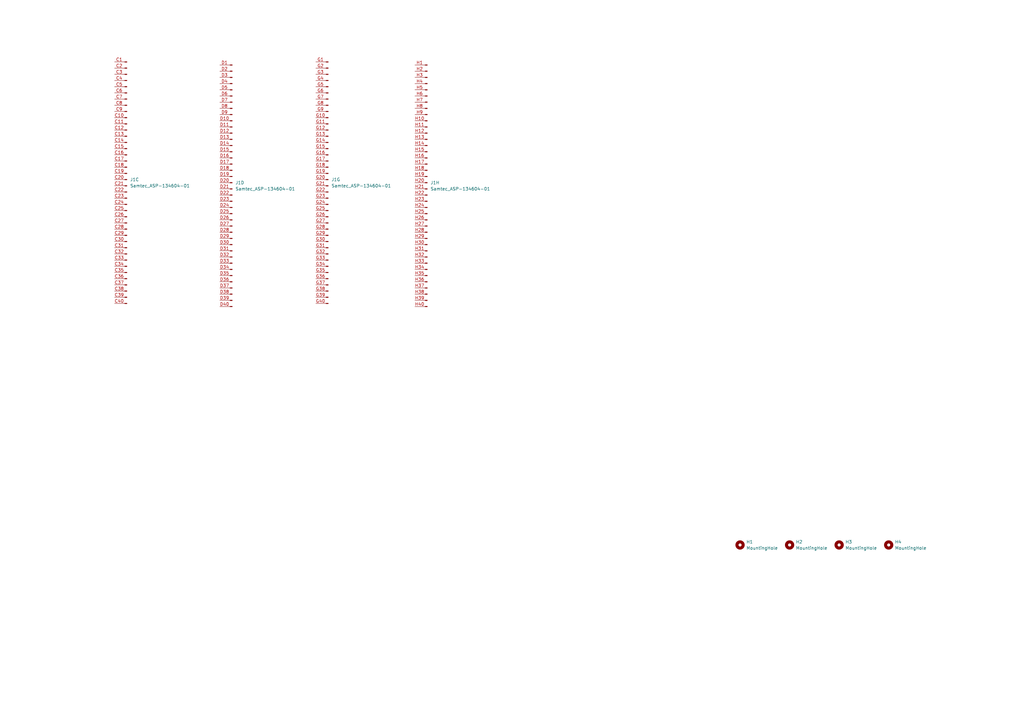
<source format=kicad_sch>
(kicad_sch (version 20230121) (generator eeschema)
  (paper "A3")
  (title_block (title "FMC LPC Template") (company "IDEX Biometrics Ltd"))
  (lib_symbols
    (symbol "Connector:Samtec_ASP-134604-01" (pin_names (offset 1.016) hide)
      (property "Reference" "J" (at 0 50.8 0))
      (property "Value" "Samtec_ASP-134604-01" (at 0 -53.34 0))
      (symbol "Samtec_ASP-134604-01_1_1"
        (pin passive line (at -5.08 48.26 0) (length 3.81) (name "Pin_1") (number "A1"))
        (pin passive line (at -5.08 25.4 0) (length 3.81) (name "Pin_10") (number "A10"))
        (pin passive line (at -5.08 22.86 0) (length 3.81) (name "Pin_11") (number "A11"))
        (pin passive line (at -5.08 20.32 0) (length 3.81) (name "Pin_12") (number "A12"))
        (pin passive line (at -5.08 17.78 0) (length 3.81) (name "Pin_13") (number "A13"))
        (pin passive line (at -5.08 15.24 0) (length 3.81) (name "Pin_14") (number "A14"))
        (pin passive line (at -5.08 12.7 0) (length 3.81) (name "Pin_15") (number "A15"))
        (pin passive line (at -5.08 10.16 0) (length 3.81) (name "Pin_16") (number "A16"))
        (pin passive line (at -5.08 7.62 0) (length 3.81) (name "Pin_17") (number "A17"))
        (pin passive line (at -5.08 5.08 0) (length 3.81) (name "Pin_18") (number "A18"))
        (pin passive line (at -5.08 2.54 0) (length 3.81) (name "Pin_19") (number "A19"))
        (pin passive line (at -5.08 45.72 0) (length 3.81) (name "Pin_2") (number "A2"))
        (pin passive line (at -5.08 0 0) (length 3.81) (name "Pin_20") (number "A20"))
        (pin passive line (at -5.08 -2.54 0) (length 3.81) (name "Pin_21") (number "A21"))
        (pin passive line (at -5.08 -5.08 0) (length 3.81) (name "Pin_22") (number "A22"))
        (pin passive line (at -5.08 -7.62 0) (length 3.81) (name "Pin_23") (number "A23"))
        (pin passive line (at -5.08 -10.16 0) (length 3.81) (name "Pin_24") (number "A24"))
        (pin passive line (at -5.08 -12.7 0) (length 3.81) (name "Pin_25") (number "A25"))
        (pin passive line (at -5.08 -15.24 0) (length 3.81) (name "Pin_26") (number "A26"))
        (pin passive line (at -5.08 -17.78 0) (length 3.81) (name "Pin_27") (number "A27"))
        (pin passive line (at -5.08 -20.32 0) (length 3.81) (name "Pin_28") (number "A28"))
        (pin passive line (at -5.08 -22.86 0) (length 3.81) (name "Pin_29") (number "A29"))
        (pin passive line (at -5.08 43.18 0) (length 3.81) (name "Pin_3") (number "A3"))
        (pin passive line (at -5.08 -25.4 0) (length 3.81) (name "Pin_30") (number "A30"))
        (pin passive line (at -5.08 -27.94 0) (length 3.81) (name "Pin_31") (number "A31"))
        (pin passive line (at -5.08 -30.48 0) (length 3.81) (name "Pin_32") (number "A32"))
        (pin passive line (at -5.08 -33.02 0) (length 3.81) (name "Pin_33") (number "A33"))
        (pin passive line (at -5.08 -35.56 0) (length 3.81) (name "Pin_34") (number "A34"))
        (pin passive line (at -5.08 -38.1 0) (length 3.81) (name "Pin_35") (number "A35"))
        (pin passive line (at -5.08 -40.64 0) (length 3.81) (name "Pin_36") (number "A36"))
        (pin passive line (at -5.08 -43.18 0) (length 3.81) (name "Pin_37") (number "A37"))
        (pin passive line (at -5.08 -45.72 0) (length 3.81) (name "Pin_38") (number "A38"))
        (pin passive line (at -5.08 -48.26 0) (length 3.81) (name "Pin_39") (number "A39"))
        (pin passive line (at -5.08 40.64 0) (length 3.81) (name "Pin_4") (number "A4"))
        (pin passive line (at -5.08 -50.8 0) (length 3.81) (name "Pin_40") (number "A40"))
        (pin passive line (at -5.08 38.1 0) (length 3.81) (name "Pin_5") (number "A5"))
        (pin passive line (at -5.08 35.56 0) (length 3.81) (name "Pin_6") (number "A6"))
        (pin passive line (at -5.08 33.02 0) (length 3.81) (name "Pin_7") (number "A7"))
        (pin passive line (at -5.08 30.48 0) (length 3.81) (name "Pin_8") (number "A8"))
        (pin passive line (at -5.08 27.94 0) (length 3.81) (name "Pin_9") (number "A9"))
      )
      (symbol "Samtec_ASP-134604-01_2_1"
        (pin passive line (at -5.08 48.26 0) (length 3.81) (name "Pin_1") (number "B1"))
        (pin passive line (at -5.08 25.4 0) (length 3.81) (name "Pin_10") (number "B10"))
        (pin passive line (at -5.08 22.86 0) (length 3.81) (name "Pin_11") (number "B11"))
        (pin passive line (at -5.08 20.32 0) (length 3.81) (name "Pin_12") (number "B12"))
        (pin passive line (at -5.08 17.78 0) (length 3.81) (name "Pin_13") (number "B13"))
        (pin passive line (at -5.08 15.24 0) (length 3.81) (name "Pin_14") (number "B14"))
        (pin passive line (at -5.08 12.7 0) (length 3.81) (name "Pin_15") (number "B15"))
        (pin passive line (at -5.08 10.16 0) (length 3.81) (name "Pin_16") (number "B16"))
        (pin passive line (at -5.08 7.62 0) (length 3.81) (name "Pin_17") (number "B17"))
        (pin passive line (at -5.08 5.08 0) (length 3.81) (name "Pin_18") (number "B18"))
        (pin passive line (at -5.08 2.54 0) (length 3.81) (name "Pin_19") (number "B19"))
        (pin passive line (at -5.08 45.72 0) (length 3.81) (name "Pin_2") (number "B2"))
        (pin passive line (at -5.08 0 0) (length 3.81) (name "Pin_20") (number "B20"))
        (pin passive line (at -5.08 -2.54 0) (length 3.81) (name "Pin_21") (number "B21"))
        (pin passive line (at -5.08 -5.08 0) (length 3.81) (name "Pin_22") (number "B22"))
        (pin passive line (at -5.08 -7.62 0) (length 3.81) (name "Pin_23") (number "B23"))
        (pin passive line (at -5.08 -10.16 0) (length 3.81) (name "Pin_24") (number "B24"))
        (pin passive line (at -5.08 -12.7 0) (length 3.81) (name "Pin_25") (number "B25"))
        (pin passive line (at -5.08 -15.24 0) (length 3.81) (name "Pin_26") (number "B26"))
        (pin passive line (at -5.08 -17.78 0) (length 3.81) (name "Pin_27") (number "B27"))
        (pin passive line (at -5.08 -20.32 0) (length 3.81) (name "Pin_28") (number "B28"))
        (pin passive line (at -5.08 -22.86 0) (length 3.81) (name "Pin_29") (number "B29"))
        (pin passive line (at -5.08 43.18 0) (length 3.81) (name "Pin_3") (number "B3"))
        (pin passive line (at -5.08 -25.4 0) (length 3.81) (name "Pin_30") (number "B30"))
        (pin passive line (at -5.08 -27.94 0) (length 3.81) (name "Pin_31") (number "B31"))
        (pin passive line (at -5.08 -30.48 0) (length 3.81) (name "Pin_32") (number "B32"))
        (pin passive line (at -5.08 -33.02 0) (length 3.81) (name "Pin_33") (number "B33"))
        (pin passive line (at -5.08 -35.56 0) (length 3.81) (name "Pin_34") (number "B34"))
        (pin passive line (at -5.08 -38.1 0) (length 3.81) (name "Pin_35") (number "B35"))
        (pin passive line (at -5.08 -40.64 0) (length 3.81) (name "Pin_36") (number "B36"))
        (pin passive line (at -5.08 -43.18 0) (length 3.81) (name "Pin_37") (number "B37"))
        (pin passive line (at -5.08 -45.72 0) (length 3.81) (name "Pin_38") (number "B38"))
        (pin passive line (at -5.08 -48.26 0) (length 3.81) (name "Pin_39") (number "B39"))
        (pin passive line (at -5.08 40.64 0) (length 3.81) (name "Pin_4") (number "B4"))
        (pin passive line (at -5.08 -50.8 0) (length 3.81) (name "Pin_40") (number "B40"))
        (pin passive line (at -5.08 38.1 0) (length 3.81) (name "Pin_5") (number "B5"))
        (pin passive line (at -5.08 35.56 0) (length 3.81) (name "Pin_6") (number "B6"))
        (pin passive line (at -5.08 33.02 0) (length 3.81) (name "Pin_7") (number "B7"))
        (pin passive line (at -5.08 30.48 0) (length 3.81) (name "Pin_8") (number "B8"))
        (pin passive line (at -5.08 27.94 0) (length 3.81) (name "Pin_9") (number "B9"))
      )
      (symbol "Samtec_ASP-134604-01_3_1"
        (pin passive line (at -5.08 48.26 0) (length 3.81) (name "Pin_1") (number "C1"))
        (pin passive line (at -5.08 25.4 0) (length 3.81) (name "Pin_10") (number "C10"))
        (pin passive line (at -5.08 22.86 0) (length 3.81) (name "Pin_11") (number "C11"))
        (pin passive line (at -5.08 20.32 0) (length 3.81) (name "Pin_12") (number "C12"))
        (pin passive line (at -5.08 17.78 0) (length 3.81) (name "Pin_13") (number "C13"))
        (pin passive line (at -5.08 15.24 0) (length 3.81) (name "Pin_14") (number "C14"))
        (pin passive line (at -5.08 12.7 0) (length 3.81) (name "Pin_15") (number "C15"))
        (pin passive line (at -5.08 10.16 0) (length 3.81) (name "Pin_16") (number "C16"))
        (pin passive line (at -5.08 7.62 0) (length 3.81) (name "Pin_17") (number "C17"))
        (pin passive line (at -5.08 5.08 0) (length 3.81) (name "Pin_18") (number "C18"))
        (pin passive line (at -5.08 2.54 0) (length 3.81) (name "Pin_19") (number "C19"))
        (pin passive line (at -5.08 45.72 0) (length 3.81) (name "Pin_2") (number "C2"))
        (pin passive line (at -5.08 0 0) (length 3.81) (name "Pin_20") (number "C20"))
        (pin passive line (at -5.08 -2.54 0) (length 3.81) (name "Pin_21") (number "C21"))
        (pin passive line (at -5.08 -5.08 0) (length 3.81) (name "Pin_22") (number "C22"))
        (pin passive line (at -5.08 -7.62 0) (length 3.81) (name "Pin_23") (number "C23"))
        (pin passive line (at -5.08 -10.16 0) (length 3.81) (name "Pin_24") (number "C24"))
        (pin passive line (at -5.08 -12.7 0) (length 3.81) (name "Pin_25") (number "C25"))
        (pin passive line (at -5.08 -15.24 0) (length 3.81) (name "Pin_26") (number "C26"))
        (pin passive line (at -5.08 -17.78 0) (length 3.81) (name "Pin_27") (number "C27"))
        (pin passive line (at -5.08 -20.32 0) (length 3.81) (name "Pin_28") (number "C28"))
        (pin passive line (at -5.08 -22.86 0) (length 3.81) (name "Pin_29") (number "C29"))
        (pin passive line (at -5.08 43.18 0) (length 3.81) (name "Pin_3") (number "C3"))
        (pin passive line (at -5.08 -25.4 0) (length 3.81) (name "Pin_30") (number "C30"))
        (pin passive line (at -5.08 -27.94 0) (length 3.81) (name "Pin_31") (number "C31"))
        (pin passive line (at -5.08 -30.48 0) (length 3.81) (name "Pin_32") (number "C32"))
        (pin passive line (at -5.08 -33.02 0) (length 3.81) (name "Pin_33") (number "C33"))
        (pin passive line (at -5.08 -35.56 0) (length 3.81) (name "Pin_34") (number "C34"))
        (pin passive line (at -5.08 -38.1 0) (length 3.81) (name "Pin_35") (number "C35"))
        (pin passive line (at -5.08 -40.64 0) (length 3.81) (name "Pin_36") (number "C36"))
        (pin passive line (at -5.08 -43.18 0) (length 3.81) (name "Pin_37") (number "C37"))
        (pin passive line (at -5.08 -45.72 0) (length 3.81) (name "Pin_38") (number "C38"))
        (pin passive line (at -5.08 -48.26 0) (length 3.81) (name "Pin_39") (number "C39"))
        (pin passive line (at -5.08 40.64 0) (length 3.81) (name "Pin_4") (number "C4"))
        (pin passive line (at -5.08 -50.8 0) (length 3.81) (name "Pin_40") (number "C40"))
        (pin passive line (at -5.08 38.1 0) (length 3.81) (name "Pin_5") (number "C5"))
        (pin passive line (at -5.08 35.56 0) (length 3.81) (name "Pin_6") (number "C6"))
        (pin passive line (at -5.08 33.02 0) (length 3.81) (name "Pin_7") (number "C7"))
        (pin passive line (at -5.08 30.48 0) (length 3.81) (name "Pin_8") (number "C8"))
        (pin passive line (at -5.08 27.94 0) (length 3.81) (name "Pin_9") (number "C9"))
      )
      (symbol "Samtec_ASP-134604-01_4_1"
        (pin passive line (at -5.08 48.26 0) (length 3.81) (name "Pin_1") (number "D1"))
        (pin passive line (at -5.08 25.4 0) (length 3.81) (name "Pin_10") (number "D10"))
        (pin passive line (at -5.08 22.86 0) (length 3.81) (name "Pin_11") (number "D11"))
        (pin passive line (at -5.08 20.32 0) (length 3.81) (name "Pin_12") (number "D12"))
        (pin passive line (at -5.08 17.78 0) (length 3.81) (name "Pin_13") (number "D13"))
        (pin passive line (at -5.08 15.24 0) (length 3.81) (name "Pin_14") (number "D14"))
        (pin passive line (at -5.08 12.7 0) (length 3.81) (name "Pin_15") (number "D15"))
        (pin passive line (at -5.08 10.16 0) (length 3.81) (name "Pin_16") (number "D16"))
        (pin passive line (at -5.08 7.62 0) (length 3.81) (name "Pin_17") (number "D17"))
        (pin passive line (at -5.08 5.08 0) (length 3.81) (name "Pin_18") (number "D18"))
        (pin passive line (at -5.08 2.54 0) (length 3.81) (name "Pin_19") (number "D19"))
        (pin passive line (at -5.08 45.72 0) (length 3.81) (name "Pin_2") (number "D2"))
        (pin passive line (at -5.08 0 0) (length 3.81) (name "Pin_20") (number "D20"))
        (pin passive line (at -5.08 -2.54 0) (length 3.81) (name "Pin_21") (number "D21"))
        (pin passive line (at -5.08 -5.08 0) (length 3.81) (name "Pin_22") (number "D22"))
        (pin passive line (at -5.08 -7.62 0) (length 3.81) (name "Pin_23") (number "D23"))
        (pin passive line (at -5.08 -10.16 0) (length 3.81) (name "Pin_24") (number "D24"))
        (pin passive line (at -5.08 -12.7 0) (length 3.81) (name "Pin_25") (number "D25"))
        (pin passive line (at -5.08 -15.24 0) (length 3.81) (name "Pin_26") (number "D26"))
        (pin passive line (at -5.08 -17.78 0) (length 3.81) (name "Pin_27") (number "D27"))
        (pin passive line (at -5.08 -20.32 0) (length 3.81) (name "Pin_28") (number "D28"))
        (pin passive line (at -5.08 -22.86 0) (length 3.81) (name "Pin_29") (number "D29"))
        (pin passive line (at -5.08 43.18 0) (length 3.81) (name "Pin_3") (number "D3"))
        (pin passive line (at -5.08 -25.4 0) (length 3.81) (name "Pin_30") (number "D30"))
        (pin passive line (at -5.08 -27.94 0) (length 3.81) (name "Pin_31") (number "D31"))
        (pin passive line (at -5.08 -30.48 0) (length 3.81) (name "Pin_32") (number "D32"))
        (pin passive line (at -5.08 -33.02 0) (length 3.81) (name "Pin_33") (number "D33"))
        (pin passive line (at -5.08 -35.56 0) (length 3.81) (name "Pin_34") (number "D34"))
        (pin passive line (at -5.08 -38.1 0) (length 3.81) (name "Pin_35") (number "D35"))
        (pin passive line (at -5.08 -40.64 0) (length 3.81) (name "Pin_36") (number "D36"))
        (pin passive line (at -5.08 -43.18 0) (length 3.81) (name "Pin_37") (number "D37"))
        (pin passive line (at -5.08 -45.72 0) (length 3.81) (name "Pin_38") (number "D38"))
        (pin passive line (at -5.08 -48.26 0) (length 3.81) (name "Pin_39") (number "D39"))
        (pin passive line (at -5.08 40.64 0) (length 3.81) (name "Pin_4") (number "D4"))
        (pin passive line (at -5.08 -50.8 0) (length 3.81) (name "Pin_40") (number "D40"))
        (pin passive line (at -5.08 38.1 0) (length 3.81) (name "Pin_5") (number "D5"))
        (pin passive line (at -5.08 35.56 0) (length 3.81) (name "Pin_6") (number "D6"))
        (pin passive line (at -5.08 33.02 0) (length 3.81) (name "Pin_7") (number "D7"))
        (pin passive line (at -5.08 30.48 0) (length 3.81) (name "Pin_8") (number "D8"))
        (pin passive line (at -5.08 27.94 0) (length 3.81) (name "Pin_9") (number "D9"))
      )
      (symbol "Samtec_ASP-134604-01_5_1"
        (pin passive line (at -5.08 48.26 0) (length 3.81) (name "Pin_1") (number "E1"))
        (pin passive line (at -5.08 25.4 0) (length 3.81) (name "Pin_10") (number "E10"))
        (pin passive line (at -5.08 22.86 0) (length 3.81) (name "Pin_11") (number "E11"))
        (pin passive line (at -5.08 20.32 0) (length 3.81) (name "Pin_12") (number "E12"))
        (pin passive line (at -5.08 17.78 0) (length 3.81) (name "Pin_13") (number "E13"))
        (pin passive line (at -5.08 15.24 0) (length 3.81) (name "Pin_14") (number "E14"))
        (pin passive line (at -5.08 12.7 0) (length 3.81) (name "Pin_15") (number "E15"))
        (pin passive line (at -5.08 10.16 0) (length 3.81) (name "Pin_16") (number "E16"))
        (pin passive line (at -5.08 7.62 0) (length 3.81) (name "Pin_17") (number "E17"))
        (pin passive line (at -5.08 5.08 0) (length 3.81) (name "Pin_18") (number "E18"))
        (pin passive line (at -5.08 2.54 0) (length 3.81) (name "Pin_19") (number "E19"))
        (pin passive line (at -5.08 45.72 0) (length 3.81) (name "Pin_2") (number "E2"))
        (pin passive line (at -5.08 0 0) (length 3.81) (name "Pin_20") (number "E20"))
        (pin passive line (at -5.08 -2.54 0) (length 3.81) (name "Pin_21") (number "E21"))
        (pin passive line (at -5.08 -5.08 0) (length 3.81) (name "Pin_22") (number "E22"))
        (pin passive line (at -5.08 -7.62 0) (length 3.81) (name "Pin_23") (number "E23"))
        (pin passive line (at -5.08 -10.16 0) (length 3.81) (name "Pin_24") (number "E24"))
        (pin passive line (at -5.08 -12.7 0) (length 3.81) (name "Pin_25") (number "E25"))
        (pin passive line (at -5.08 -15.24 0) (length 3.81) (name "Pin_26") (number "E26"))
        (pin passive line (at -5.08 -17.78 0) (length 3.81) (name "Pin_27") (number "E27"))
        (pin passive line (at -5.08 -20.32 0) (length 3.81) (name "Pin_28") (number "E28"))
        (pin passive line (at -5.08 -22.86 0) (length 3.81) (name "Pin_29") (number "E29"))
        (pin passive line (at -5.08 43.18 0) (length 3.81) (name "Pin_3") (number "E3"))
        (pin passive line (at -5.08 -25.4 0) (length 3.81) (name "Pin_30") (number "E30"))
        (pin passive line (at -5.08 -27.94 0) (length 3.81) (name "Pin_31") (number "E31"))
        (pin passive line (at -5.08 -30.48 0) (length 3.81) (name "Pin_32") (number "E32"))
        (pin passive line (at -5.08 -33.02 0) (length 3.81) (name "Pin_33") (number "E33"))
        (pin passive line (at -5.08 -35.56 0) (length 3.81) (name "Pin_34") (number "E34"))
        (pin passive line (at -5.08 -38.1 0) (length 3.81) (name "Pin_35") (number "E35"))
        (pin passive line (at -5.08 -40.64 0) (length 3.81) (name "Pin_36") (number "E36"))
        (pin passive line (at -5.08 -43.18 0) (length 3.81) (name "Pin_37") (number "E37"))
        (pin passive line (at -5.08 -45.72 0) (length 3.81) (name "Pin_38") (number "E38"))
        (pin passive line (at -5.08 -48.26 0) (length 3.81) (name "Pin_39") (number "E39"))
        (pin passive line (at -5.08 40.64 0) (length 3.81) (name "Pin_4") (number "E4"))
        (pin passive line (at -5.08 -50.8 0) (length 3.81) (name "Pin_40") (number "E40"))
        (pin passive line (at -5.08 38.1 0) (length 3.81) (name "Pin_5") (number "E5"))
        (pin passive line (at -5.08 35.56 0) (length 3.81) (name "Pin_6") (number "E6"))
        (pin passive line (at -5.08 33.02 0) (length 3.81) (name "Pin_7") (number "E7"))
        (pin passive line (at -5.08 30.48 0) (length 3.81) (name "Pin_8") (number "E8"))
        (pin passive line (at -5.08 27.94 0) (length 3.81) (name "Pin_9") (number "E9"))
      )
      (symbol "Samtec_ASP-134604-01_6_1"
        (pin passive line (at -5.08 48.26 0) (length 3.81) (name "Pin_1") (number "F1"))
        (pin passive line (at -5.08 25.4 0) (length 3.81) (name "Pin_10") (number "F10"))
        (pin passive line (at -5.08 22.86 0) (length 3.81) (name "Pin_11") (number "F11"))
        (pin passive line (at -5.08 20.32 0) (length 3.81) (name "Pin_12") (number "F12"))
        (pin passive line (at -5.08 17.78 0) (length 3.81) (name "Pin_13") (number "F13"))
        (pin passive line (at -5.08 15.24 0) (length 3.81) (name "Pin_14") (number "F14"))
        (pin passive line (at -5.08 12.7 0) (length 3.81) (name "Pin_15") (number "F15"))
        (pin passive line (at -5.08 10.16 0) (length 3.81) (name "Pin_16") (number "F16"))
        (pin passive line (at -5.08 7.62 0) (length 3.81) (name "Pin_17") (number "F17"))
        (pin passive line (at -5.08 5.08 0) (length 3.81) (name "Pin_18") (number "F18"))
        (pin passive line (at -5.08 2.54 0) (length 3.81) (name "Pin_19") (number "F19"))
        (pin passive line (at -5.08 45.72 0) (length 3.81) (name "Pin_2") (number "F2"))
        (pin passive line (at -5.08 0 0) (length 3.81) (name "Pin_20") (number "F20"))
        (pin passive line (at -5.08 -2.54 0) (length 3.81) (name "Pin_21") (number "F21"))
        (pin passive line (at -5.08 -5.08 0) (length 3.81) (name "Pin_22") (number "F22"))
        (pin passive line (at -5.08 -7.62 0) (length 3.81) (name "Pin_23") (number "F23"))
        (pin passive line (at -5.08 -10.16 0) (length 3.81) (name "Pin_24") (number "F24"))
        (pin passive line (at -5.08 -12.7 0) (length 3.81) (name "Pin_25") (number "F25"))
        (pin passive line (at -5.08 -15.24 0) (length 3.81) (name "Pin_26") (number "F26"))
        (pin passive line (at -5.08 -17.78 0) (length 3.81) (name "Pin_27") (number "F27"))
        (pin passive line (at -5.08 -20.32 0) (length 3.81) (name "Pin_28") (number "F28"))
        (pin passive line (at -5.08 -22.86 0) (length 3.81) (name "Pin_29") (number "F29"))
        (pin passive line (at -5.08 43.18 0) (length 3.81) (name "Pin_3") (number "F3"))
        (pin passive line (at -5.08 -25.4 0) (length 3.81) (name "Pin_30") (number "F30"))
        (pin passive line (at -5.08 -27.94 0) (length 3.81) (name "Pin_31") (number "F31"))
        (pin passive line (at -5.08 -30.48 0) (length 3.81) (name "Pin_32") (number "F32"))
        (pin passive line (at -5.08 -33.02 0) (length 3.81) (name "Pin_33") (number "F33"))
        (pin passive line (at -5.08 -35.56 0) (length 3.81) (name "Pin_34") (number "F34"))
        (pin passive line (at -5.08 -38.1 0) (length 3.81) (name "Pin_35") (number "F35"))
        (pin passive line (at -5.08 -40.64 0) (length 3.81) (name "Pin_36") (number "F36"))
        (pin passive line (at -5.08 -43.18 0) (length 3.81) (name "Pin_37") (number "F37"))
        (pin passive line (at -5.08 -45.72 0) (length 3.81) (name "Pin_38") (number "F38"))
        (pin passive line (at -5.08 -48.26 0) (length 3.81) (name "Pin_39") (number "F39"))
        (pin passive line (at -5.08 40.64 0) (length 3.81) (name "Pin_4") (number "F4"))
        (pin passive line (at -5.08 -50.8 0) (length 3.81) (name "Pin_40") (number "F40"))
        (pin passive line (at -5.08 38.1 0) (length 3.81) (name "Pin_5") (number "F5"))
        (pin passive line (at -5.08 35.56 0) (length 3.81) (name "Pin_6") (number "F6"))
        (pin passive line (at -5.08 33.02 0) (length 3.81) (name "Pin_7") (number "F7"))
        (pin passive line (at -5.08 30.48 0) (length 3.81) (name "Pin_8") (number "F8"))
        (pin passive line (at -5.08 27.94 0) (length 3.81) (name "Pin_9") (number "F9"))
      )
      (symbol "Samtec_ASP-134604-01_7_1"
        (pin passive line (at -5.08 48.26 0) (length 3.81) (name "Pin_1") (number "G1"))
        (pin passive line (at -5.08 25.4 0) (length 3.81) (name "Pin_10") (number "G10"))
        (pin passive line (at -5.08 22.86 0) (length 3.81) (name "Pin_11") (number "G11"))
        (pin passive line (at -5.08 20.32 0) (length 3.81) (name "Pin_12") (number "G12"))
        (pin passive line (at -5.08 17.78 0) (length 3.81) (name "Pin_13") (number "G13"))
        (pin passive line (at -5.08 15.24 0) (length 3.81) (name "Pin_14") (number "G14"))
        (pin passive line (at -5.08 12.7 0) (length 3.81) (name "Pin_15") (number "G15"))
        (pin passive line (at -5.08 10.16 0) (length 3.81) (name "Pin_16") (number "G16"))
        (pin passive line (at -5.08 7.62 0) (length 3.81) (name "Pin_17") (number "G17"))
        (pin passive line (at -5.08 5.08 0) (length 3.81) (name "Pin_18") (number "G18"))
        (pin passive line (at -5.08 2.54 0) (length 3.81) (name "Pin_19") (number "G19"))
        (pin passive line (at -5.08 45.72 0) (length 3.81) (name "Pin_2") (number "G2"))
        (pin passive line (at -5.08 0 0) (length 3.81) (name "Pin_20") (number "G20"))
        (pin passive line (at -5.08 -2.54 0) (length 3.81) (name "Pin_21") (number "G21"))
        (pin passive line (at -5.08 -5.08 0) (length 3.81) (name "Pin_22") (number "G22"))
        (pin passive line (at -5.08 -7.62 0) (length 3.81) (name "Pin_23") (number "G23"))
        (pin passive line (at -5.08 -10.16 0) (length 3.81) (name "Pin_24") (number "G24"))
        (pin passive line (at -5.08 -12.7 0) (length 3.81) (name "Pin_25") (number "G25"))
        (pin passive line (at -5.08 -15.24 0) (length 3.81) (name "Pin_26") (number "G26"))
        (pin passive line (at -5.08 -17.78 0) (length 3.81) (name "Pin_27") (number "G27"))
        (pin passive line (at -5.08 -20.32 0) (length 3.81) (name "Pin_28") (number "G28"))
        (pin passive line (at -5.08 -22.86 0) (length 3.81) (name "Pin_29") (number "G29"))
        (pin passive line (at -5.08 43.18 0) (length 3.81) (name "Pin_3") (number "G3"))
        (pin passive line (at -5.08 -25.4 0) (length 3.81) (name "Pin_30") (number "G30"))
        (pin passive line (at -5.08 -27.94 0) (length 3.81) (name "Pin_31") (number "G31"))
        (pin passive line (at -5.08 -30.48 0) (length 3.81) (name "Pin_32") (number "G32"))
        (pin passive line (at -5.08 -33.02 0) (length 3.81) (name "Pin_33") (number "G33"))
        (pin passive line (at -5.08 -35.56 0) (length 3.81) (name "Pin_34") (number "G34"))
        (pin passive line (at -5.08 -38.1 0) (length 3.81) (name "Pin_35") (number "G35"))
        (pin passive line (at -5.08 -40.64 0) (length 3.81) (name "Pin_36") (number "G36"))
        (pin passive line (at -5.08 -43.18 0) (length 3.81) (name "Pin_37") (number "G37"))
        (pin passive line (at -5.08 -45.72 0) (length 3.81) (name "Pin_38") (number "G38"))
        (pin passive line (at -5.08 -48.26 0) (length 3.81) (name "Pin_39") (number "G39"))
        (pin passive line (at -5.08 40.64 0) (length 3.81) (name "Pin_4") (number "G4"))
        (pin passive line (at -5.08 -50.8 0) (length 3.81) (name "Pin_40") (number "G40"))
        (pin passive line (at -5.08 38.1 0) (length 3.81) (name "Pin_5") (number "G5"))
        (pin passive line (at -5.08 35.56 0) (length 3.81) (name "Pin_6") (number "G6"))
        (pin passive line (at -5.08 33.02 0) (length 3.81) (name "Pin_7") (number "G7"))
        (pin passive line (at -5.08 30.48 0) (length 3.81) (name "Pin_8") (number "G8"))
        (pin passive line (at -5.08 27.94 0) (length 3.81) (name "Pin_9") (number "G9"))
      )
      (symbol "Samtec_ASP-134604-01_8_1"
        (pin passive line (at -5.08 48.26 0) (length 3.81) (name "Pin_1") (number "H1"))
        (pin passive line (at -5.08 25.4 0) (length 3.81) (name "Pin_10") (number "H10"))
        (pin passive line (at -5.08 22.86 0) (length 3.81) (name "Pin_11") (number "H11"))
        (pin passive line (at -5.08 20.32 0) (length 3.81) (name "Pin_12") (number "H12"))
        (pin passive line (at -5.08 17.78 0) (length 3.81) (name "Pin_13") (number "H13"))
        (pin passive line (at -5.08 15.24 0) (length 3.81) (name "Pin_14") (number "H14"))
        (pin passive line (at -5.08 12.7 0) (length 3.81) (name "Pin_15") (number "H15"))
        (pin passive line (at -5.08 10.16 0) (length 3.81) (name "Pin_16") (number "H16"))
        (pin passive line (at -5.08 7.62 0) (length 3.81) (name "Pin_17") (number "H17"))
        (pin passive line (at -5.08 5.08 0) (length 3.81) (name "Pin_18") (number "H18"))
        (pin passive line (at -5.08 2.54 0) (length 3.81) (name "Pin_19") (number "H19"))
        (pin passive line (at -5.08 45.72 0) (length 3.81) (name "Pin_2") (number "H2"))
        (pin passive line (at -5.08 0 0) (length 3.81) (name "Pin_20") (number "H20"))
        (pin passive line (at -5.08 -2.54 0) (length 3.81) (name "Pin_21") (number "H21"))
        (pin passive line (at -5.08 -5.08 0) (length 3.81) (name "Pin_22") (number "H22"))
        (pin passive line (at -5.08 -7.62 0) (length 3.81) (name "Pin_23") (number "H23"))
        (pin passive line (at -5.08 -10.16 0) (length 3.81) (name "Pin_24") (number "H24"))
        (pin passive line (at -5.08 -12.7 0) (length 3.81) (name "Pin_25") (number "H25"))
        (pin passive line (at -5.08 -15.24 0) (length 3.81) (name "Pin_26") (number "H26"))
        (pin passive line (at -5.08 -17.78 0) (length 3.81) (name "Pin_27") (number "H27"))
        (pin passive line (at -5.08 -20.32 0) (length 3.81) (name "Pin_28") (number "H28"))
        (pin passive line (at -5.08 -22.86 0) (length 3.81) (name "Pin_29") (number "H29"))
        (pin passive line (at -5.08 43.18 0) (length 3.81) (name "Pin_3") (number "H3"))
        (pin passive line (at -5.08 -25.4 0) (length 3.81) (name "Pin_30") (number "H30"))
        (pin passive line (at -5.08 -27.94 0) (length 3.81) (name "Pin_31") (number "H31"))
        (pin passive line (at -5.08 -30.48 0) (length 3.81) (name "Pin_32") (number "H32"))
        (pin passive line (at -5.08 -33.02 0) (length 3.81) (name "Pin_33") (number "H33"))
        (pin passive line (at -5.08 -35.56 0) (length 3.81) (name "Pin_34") (number "H34"))
        (pin passive line (at -5.08 -38.1 0) (length 3.81) (name "Pin_35") (number "H35"))
        (pin passive line (at -5.08 -40.64 0) (length 3.81) (name "Pin_36") (number "H36"))
        (pin passive line (at -5.08 -43.18 0) (length 3.81) (name "Pin_37") (number "H37"))
        (pin passive line (at -5.08 -45.72 0) (length 3.81) (name "Pin_38") (number "H38"))
        (pin passive line (at -5.08 -48.26 0) (length 3.81) (name "Pin_39") (number "H39"))
        (pin passive line (at -5.08 40.64 0) (length 3.81) (name "Pin_4") (number "H4"))
        (pin passive line (at -5.08 -50.8 0) (length 3.81) (name "Pin_40") (number "H40"))
        (pin passive line (at -5.08 38.1 0) (length 3.81) (name "Pin_5") (number "H5"))
        (pin passive line (at -5.08 35.56 0) (length 3.81) (name "Pin_6") (number "H6"))
        (pin passive line (at -5.08 33.02 0) (length 3.81) (name "Pin_7") (number "H7"))
        (pin passive line (at -5.08 30.48 0) (length 3.81) (name "Pin_8") (number "H8"))
        (pin passive line (at -5.08 27.94 0) (length 3.81) (name "Pin_9") (number "H9"))
      )
      (symbol "Samtec_ASP-134604-01_9_1"
        (pin passive line (at -5.08 48.26 0) (length 3.81) (name "Pin_1") (number "J1"))
        (pin passive line (at -5.08 25.4 0) (length 3.81) (name "Pin_10") (number "J10"))
        (pin passive line (at -5.08 22.86 0) (length 3.81) (name "Pin_11") (number "J11"))
        (pin passive line (at -5.08 20.32 0) (length 3.81) (name "Pin_12") (number "J12"))
        (pin passive line (at -5.08 17.78 0) (length 3.81) (name "Pin_13") (number "J13"))
        (pin passive line (at -5.08 15.24 0) (length 3.81) (name "Pin_14") (number "J14"))
        (pin passive line (at -5.08 12.7 0) (length 3.81) (name "Pin_15") (number "J15"))
        (pin passive line (at -5.08 10.16 0) (length 3.81) (name "Pin_16") (number "J16"))
        (pin passive line (at -5.08 7.62 0) (length 3.81) (name "Pin_17") (number "J17"))
        (pin passive line (at -5.08 5.08 0) (length 3.81) (name "Pin_18") (number "J18"))
        (pin passive line (at -5.08 2.54 0) (length 3.81) (name "Pin_19") (number "J19"))
        (pin passive line (at -5.08 45.72 0) (length 3.81) (name "Pin_2") (number "J2"))
        (pin passive line (at -5.08 0 0) (length 3.81) (name "Pin_20") (number "J20"))
        (pin passive line (at -5.08 -2.54 0) (length 3.81) (name "Pin_21") (number "J21"))
        (pin passive line (at -5.08 -5.08 0) (length 3.81) (name "Pin_22") (number "J22"))
        (pin passive line (at -5.08 -7.62 0) (length 3.81) (name "Pin_23") (number "J23"))
        (pin passive line (at -5.08 -10.16 0) (length 3.81) (name "Pin_24") (number "J24"))
        (pin passive line (at -5.08 -12.7 0) (length 3.81) (name "Pin_25") (number "J25"))
        (pin passive line (at -5.08 -15.24 0) (length 3.81) (name "Pin_26") (number "J26"))
        (pin passive line (at -5.08 -17.78 0) (length 3.81) (name "Pin_27") (number "J27"))
        (pin passive line (at -5.08 -20.32 0) (length 3.81) (name "Pin_28") (number "J28"))
        (pin passive line (at -5.08 -22.86 0) (length 3.81) (name "Pin_29") (number "J29"))
        (pin passive line (at -5.08 43.18 0) (length 3.81) (name "Pin_3") (number "J3"))
        (pin passive line (at -5.08 -25.4 0) (length 3.81) (name "Pin_30") (number "J30"))
        (pin passive line (at -5.08 -27.94 0) (length 3.81) (name "Pin_31") (number "J31"))
        (pin passive line (at -5.08 -30.48 0) (length 3.81) (name "Pin_32") (number "J32"))
        (pin passive line (at -5.08 -33.02 0) (length 3.81) (name "Pin_33") (number "J33"))
        (pin passive line (at -5.08 -35.56 0) (length 3.81) (name "Pin_34") (number "J34"))
        (pin passive line (at -5.08 -38.1 0) (length 3.81) (name "Pin_35") (number "J35"))
        (pin passive line (at -5.08 -40.64 0) (length 3.81) (name "Pin_36") (number "J36"))
        (pin passive line (at -5.08 -43.18 0) (length 3.81) (name "Pin_37") (number "J37"))
        (pin passive line (at -5.08 -45.72 0) (length 3.81) (name "Pin_38") (number "J38"))
        (pin passive line (at -5.08 -48.26 0) (length 3.81) (name "Pin_39") (number "J39"))
        (pin passive line (at -5.08 40.64 0) (length 3.81) (name "Pin_4") (number "J4"))
        (pin passive line (at -5.08 -50.8 0) (length 3.81) (name "Pin_40") (number "J40"))
        (pin passive line (at -5.08 38.1 0) (length 3.81) (name "Pin_5") (number "J5"))
        (pin passive line (at -5.08 35.56 0) (length 3.81) (name "Pin_6") (number "J6"))
        (pin passive line (at -5.08 33.02 0) (length 3.81) (name "Pin_7") (number "J7"))
        (pin passive line (at -5.08 30.48 0) (length 3.81) (name "Pin_8") (number "J8"))
        (pin passive line (at -5.08 27.94 0) (length 3.81) (name "Pin_9") (number "J9"))
      )
      (symbol "Samtec_ASP-134604-01_10_1"
        (pin passive line (at -5.08 48.26 0) (length 3.81) (name "Pin_1") (number "K1"))
        (pin passive line (at -5.08 25.4 0) (length 3.81) (name "Pin_10") (number "K10"))
        (pin passive line (at -5.08 22.86 0) (length 3.81) (name "Pin_11") (number "K11"))
        (pin passive line (at -5.08 20.32 0) (length 3.81) (name "Pin_12") (number "K12"))
        (pin passive line (at -5.08 17.78 0) (length 3.81) (name "Pin_13") (number "K13"))
        (pin passive line (at -5.08 15.24 0) (length 3.81) (name "Pin_14") (number "K14"))
        (pin passive line (at -5.08 12.7 0) (length 3.81) (name "Pin_15") (number "K15"))
        (pin passive line (at -5.08 10.16 0) (length 3.81) (name "Pin_16") (number "K16"))
        (pin passive line (at -5.08 7.62 0) (length 3.81) (name "Pin_17") (number "K17"))
        (pin passive line (at -5.08 5.08 0) (length 3.81) (name "Pin_18") (number "K18"))
        (pin passive line (at -5.08 2.54 0) (length 3.81) (name "Pin_19") (number "K19"))
        (pin passive line (at -5.08 45.72 0) (length 3.81) (name "Pin_2") (number "K2"))
        (pin passive line (at -5.08 0 0) (length 3.81) (name "Pin_20") (number "K20"))
        (pin passive line (at -5.08 -2.54 0) (length 3.81) (name "Pin_21") (number "K21"))
        (pin passive line (at -5.08 -5.08 0) (length 3.81) (name "Pin_22") (number "K22"))
        (pin passive line (at -5.08 -7.62 0) (length 3.81) (name "Pin_23") (number "K23"))
        (pin passive line (at -5.08 -10.16 0) (length 3.81) (name "Pin_24") (number "K24"))
        (pin passive line (at -5.08 -12.7 0) (length 3.81) (name "Pin_25") (number "K25"))
        (pin passive line (at -5.08 -15.24 0) (length 3.81) (name "Pin_26") (number "K26"))
        (pin passive line (at -5.08 -17.78 0) (length 3.81) (name "Pin_27") (number "K27"))
        (pin passive line (at -5.08 -20.32 0) (length 3.81) (name "Pin_28") (number "K28"))
        (pin passive line (at -5.08 -22.86 0) (length 3.81) (name "Pin_29") (number "K29"))
        (pin passive line (at -5.08 43.18 0) (length 3.81) (name "Pin_3") (number "K3"))
        (pin passive line (at -5.08 -25.4 0) (length 3.81) (name "Pin_30") (number "K30"))
        (pin passive line (at -5.08 -27.94 0) (length 3.81) (name "Pin_31") (number "K31"))
        (pin passive line (at -5.08 -30.48 0) (length 3.81) (name "Pin_32") (number "K32"))
        (pin passive line (at -5.08 -33.02 0) (length 3.81) (name "Pin_33") (number "K33"))
        (pin passive line (at -5.08 -35.56 0) (length 3.81) (name "Pin_34") (number "K34"))
        (pin passive line (at -5.08 -38.1 0) (length 3.81) (name "Pin_35") (number "K35"))
        (pin passive line (at -5.08 -40.64 0) (length 3.81) (name "Pin_36") (number "K36"))
        (pin passive line (at -5.08 -43.18 0) (length 3.81) (name "Pin_37") (number "K37"))
        (pin passive line (at -5.08 -45.72 0) (length 3.81) (name "Pin_38") (number "K38"))
        (pin passive line (at -5.08 -48.26 0) (length 3.81) (name "Pin_39") (number "K39"))
        (pin passive line (at -5.08 40.64 0) (length 3.81) (name "Pin_4") (number "K4"))
        (pin passive line (at -5.08 -50.8 0) (length 3.81) (name "Pin_40") (number "K40"))
        (pin passive line (at -5.08 38.1 0) (length 3.81) (name "Pin_5") (number "K5"))
        (pin passive line (at -5.08 35.56 0) (length 3.81) (name "Pin_6") (number "K6"))
        (pin passive line (at -5.08 33.02 0) (length 3.81) (name "Pin_7") (number "K7"))
        (pin passive line (at -5.08 30.48 0) (length 3.81) (name "Pin_8") (number "K8"))
        (pin passive line (at -5.08 27.94 0) (length 3.81) (name "Pin_9") (number "K9"))
      )
    )
    (symbol "Mechanical:MountingHole" (pin_names (offset 1.016))
      (property "Reference" "H" (at 0 5.08 0))
      (property "Value" "MountingHole" (at 0 3.175 0))
    )
  )
  (symbol (lib_id "Mechanical:MountingHole") (at 303.53 223.52 0) (unit 1)
    (property "Reference" "H1" (at 306.07 222.2499 0) (effects (justify left)))
    (property "Value" "MountingHole" (at 306.07 224.7899 0) (effects (justify left)))
    (property "Footprint" "MountingHole:MountingHole_2.7mm_M2.5_ISO14580" (effects hide))
  )
  (symbol (lib_id "Connector:Samtec_ASP-134604-01") (at 95.25 74.93 0) (unit 4)
    (property "Reference" "J1" (at 96.52 74.9299 0) (effects (justify left)))
    (property "Value" "Samtec_ASP-134604-01" (at 96.52 77.4699 0) (effects (justify left)))
    (property "Datasheet" "http://suddendocs.samtec.com/prints/asp-134602-01-mkt.pdf" (effects hide))
  )
  (symbol (lib_id "Connector:Samtec_ASP-134604-01") (at 175.26 74.93 0) (unit 8)
    (property "Reference" "J1" (at 176.53 74.9299 0) (effects (justify left)))
    (property "Value" "Samtec_ASP-134604-01" (at 176.53 77.4699 0) (effects (justify left)))
    (property "Datasheet" "http://suddendocs.samtec.com/prints/asp-134602-01-mkt.pdf" (effects hide))
  )
  (symbol (lib_id "Connector:Samtec_ASP-134604-01") (at 52.07 73.66 0) (unit 3)
    (property "Reference" "J1" (at 53.34 73.6599 0) (effects (justify left)))
    (property "Value" "Samtec_ASP-134604-01" (at 53.34 76.1999 0) (effects (justify left)))
    (property "Datasheet" "http://suddendocs.samtec.com/prints/asp-134602-01-mkt.pdf" (effects hide))
  )
  (symbol (lib_id "Mechanical:MountingHole") (at 323.85 223.52 0) (unit 1)
    (property "Reference" "H2" (at 326.39 222.2499 0) (effects (justify left)))
    (property "Value" "MountingHole" (at 326.39 224.7899 0) (effects (justify left)))
    (property "Footprint" "MountingHole:MountingHole_2.7mm_M2.5_ISO14580" (effects hide))
  )
  (symbol (lib_id "Connector:Samtec_ASP-134604-01") (at 134.62 73.66 0) (unit 7)
    (property "Reference" "J1" (at 135.89 73.6599 0) (effects (justify left)))
    (property "Value" "Samtec_ASP-134604-01" (at 135.89 76.1999 0) (effects (justify left)))
    (property "Datasheet" "http://suddendocs.samtec.com/prints/asp-134602-01-mkt.pdf" (effects hide))
  )
  (symbol (lib_id "Mechanical:MountingHole") (at 344.17 223.52 0) (unit 1)
    (property "Reference" "H3" (at 346.71 222.2499 0) (effects (justify left)))
    (property "Value" "MountingHole" (at 346.71 224.7899 0) (effects (justify left)))
    (property "Footprint" "MountingHole:MountingHole_2.7mm_M2.5_ISO14580" (effects hide))
  )
  (symbol (lib_id "Mechanical:MountingHole") (at 364.49 223.52 0) (unit 1)
    (property "Reference" "H4" (at 367.03 222.2499 0) (effects (justify left)))
    (property "Value" "MountingHole" (at 367.03 224.7899 0) (effects (justify left)))
    (property "Footprint" "MountingHole:MountingHole_2.7mm_M2.5_ISO14580" (effects hide))
  )
)
</source>
